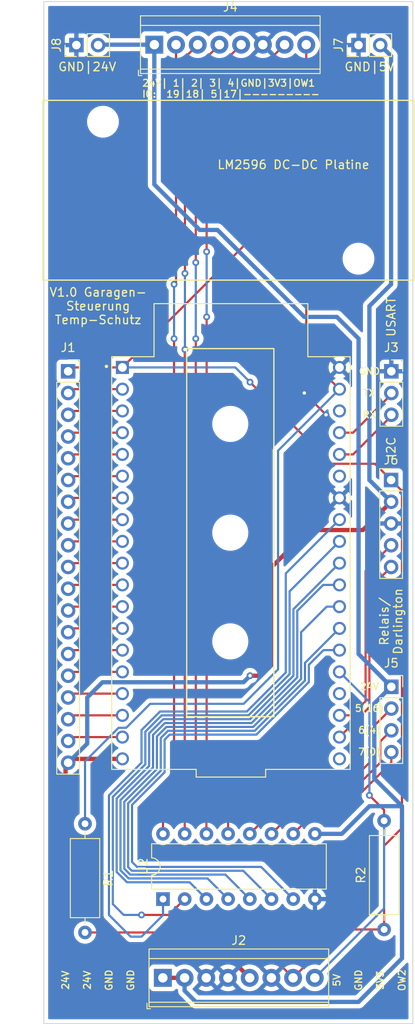
<source format=kicad_pcb>
(kicad_pcb (version 20211014) (generator pcbnew)
  (layers (0 "F.Cu" signal) (31 "B.Cu" signal) (34 "B.Paste" user) (35 "F.Paste" user) (36 "B.SilkS" user "B.Silkscreen") (37 "F.SilkS" user "F.Silkscreen") (38 "B.Mask" user) (39 "F.Mask" user) (44 "Edge.Cuts" user))
  (net 0 "")
  (net 1 "/3V3")
  (net 2 "Net-(J1-Pad2)")
  (net 3 "Net-(J1-Pad3)")
  (net 4 "Net-(J1-Pad4)")
  (net 5 "Net-(J1-Pad5)")
  (net 6 "Net-(J1-Pad6)")
  (net 7 "Net-(J1-Pad7)")
  (net 8 "Net-(J1-Pad8)")
  (net 9 "Net-(J1-Pad9)")
  (net 10 "Net-(J1-Pad10)")
  (net 11 "Net-(J1-Pad11)")
  (net 12 "Net-(J1-Pad12)")
  (net 13 "Net-(J1-Pad13)")
  (net 14 "Net-(J1-Pad14)")
  (net 15 "Net-(J1-Pad15)")
  (net 16 "Net-(J1-Pad16)")
  (net 17 "Net-(J1-Pad17)")
  (net 18 "Net-(J1-Pad18)")
  (net 19 "/5V")
  (net 20 "/24V")
  (net 21 "/GND")
  (net 22 "/OW2")
  (net 23 "Net-(J3-Pad2)")
  (net 24 "Net-(J3-Pad3)")
  (net 25 "Net-(J4-Pad2)")
  (net 26 "Net-(J4-Pad3)")
  (net 27 "Net-(J4-Pad4)")
  (net 28 "Net-(J4-Pad5)")
  (net 29 "/OW1")
  (net 30 "Net-(J5-Pad2)")
  (net 31 "Net-(J5-Pad3)")
  (net 32 "Net-(J5-Pad4)")
  (net 33 "/SCL")
  (net 34 "/SDA")
  (net 37 "Net-(U1-Pad25)")
  (net 38 "Net-(U1-Pad26)")
  (net 39 "Net-(U1-Pad27)")
  (net 40 "Net-(U1-Pad28)")
  (net 41 "Net-(U1-Pad29)")
  (net 42 "Net-(U1-Pad30)")
  (net 43 "Net-(U1-Pad31)")
  (footprint "MountingHole:MountingHole_3.2mm_M3" (layer "F.Cu") (at 65 76)
    (fp_text reference "REF**" hide)
    (fp_text value "MountingHole_3.2mm_M3" hide)
    (pad "" np_thru_hole circle (at 0 0) (size 3.2 3.2) (drill 3.2) (layers *.Cu *.Mask))
  )
  (footprint "Connector_PinSocket_2.54mm:PinSocket_1x04_P2.54mm_Vertical" (layer "F.Cu") (at 83.845 94.01)
    (fp_text reference "J5" (at 0 -2.77) (layer "F.SilkS"))
    (fp_text value "Conn_01x04_Female" hide)
    (fp_line (start 0 -1.33) (end 1.33 -1.33) (layer "F.SilkS") (width 0.12))
    (fp_line (start -1.33 8.95) (end 1.33 8.95) (layer "F.SilkS") (width 0.12))
    (fp_line (start -1.33 1.27) (end 1.33 1.27) (layer "F.SilkS") (width 0.12))
    (fp_line (start 1.33 1.27) (end 1.33 8.95) (layer "F.SilkS") (width 0.12))
    (fp_line (start -1.33 1.27) (end -1.33 8.95) (layer "F.SilkS") (width 0.12))
    (fp_line (start 1.33 -1.33) (end 1.33 0) (layer "F.SilkS") (width 0.12))
    (pad "1" thru_hole rect (at 0 0) (size 1.7 1.7) (drill 1) (layers *.Cu *.Mask) (net 20 "/24V"))
    (pad "2" thru_hole oval (at 0 2.54) (size 1.7 1.7) (drill 1) (layers *.Cu *.Mask) (net 30 "Net-(J5-Pad2)"))
    (pad "3" thru_hole oval (at 0 5.08) (size 1.7 1.7) (drill 1) (layers *.Cu *.Mask) (net 31 "Net-(J5-Pad3)"))
    (pad "4" thru_hole oval (at 0 7.62) (size 1.7 1.7) (drill 1) (layers *.Cu *.Mask) (net 32 "Net-(J5-Pad4)"))
  )
  (footprint "Connector_PinHeader_2.54mm:PinHeader_1x02_P2.54mm_Vertical" (layer "F.Cu") (at 46.99 19.05 90)
    (fp_text reference "J8" (at 0 -2.33 90) (layer "F.SilkS"))
    (fp_text value "24V DCDC" hide)
    (fp_line (start -1.33 1.27) (end -1.33 3.87) (layer "F.SilkS") (width 0.12))
    (fp_line (start 1.33 1.27) (end 1.33 3.87) (layer "F.SilkS") (width 0.12))
    (fp_line (start -1.33 3.87) (end 1.33 3.87) (layer "F.SilkS") (width 0.12))
    (fp_line (start -1.33 1.27) (end 1.33 1.27) (layer "F.SilkS") (width 0.12))
    (fp_line (start -1.33 -1.33) (end 0 -1.33) (layer "F.SilkS") (width 0.12))
    (fp_line (start -1.33 0) (end -1.33 -1.33) (layer "F.SilkS") (width 0.12))
    (pad "1" thru_hole rect (at 0 0 90) (size 1.7 1.7) (drill 1) (layers *.Cu *.Mask) (net 21 "/GND"))
    (pad "2" thru_hole oval (at 0 2.54 90) (size 1.7 1.7) (drill 1) (layers *.Cu *.Mask) (net 20 "/24V"))
  )
  (footprint "TerminalBlock_TE-Connectivity:TerminalBlock_TE_282834-8_1x08_P2.54mm_Horizontal" (layer "F.Cu") (at 57.11 128)
    (fp_text reference "J2" (at 8.89 -4.37) (layer "F.SilkS"))
    (fp_text value "Screw_Terminal_01x08" hide)
    (fp_line (start -1.62 3.37) (end 19.4 3.37) (layer "F.SilkS") (width 0.12))
    (fp_line (start 19.4 -3.37) (end 19.4 3.37) (layer "F.SilkS") (width 0.12))
    (fp_line (start -1.62 -2.25) (end 19.4 -2.25) (layer "F.SilkS") (width 0.12))
    (fp_line (start -1.62 2.85) (end 19.4 2.85) (layer "F.SilkS") (width 0.12))
    (fp_line (start -1.86 3.61) (end -1.46 3.61) (layer "F.SilkS") (width 0.12))
    (fp_line (start -1.86 2.97) (end -1.86 3.61) (layer "F.SilkS") (width 0.12))
    (fp_line (start -1.62 -3.37) (end -1.62 3.37) (layer "F.SilkS") (width 0.12))
    (fp_line (start -1.62 -3.37) (end 19.4 -3.37) (layer "F.SilkS") (width 0.12))
    (pad "1" thru_hole rect (at 0 0) (size 2.1 2.1) (drill 1.1) (layers *.Cu *.Mask) (net 20 "/24V"))
    (pad "2" thru_hole circle (at 2.54 0) (size 2.1 2.1) (drill 1.1) (layers *.Cu *.Mask) (net 20 "/24V"))
    (pad "3" thru_hole circle (at 5.08 0) (size 2.1 2.1) (drill 1.1) (layers *.Cu *.Mask) (net 21 "/GND"))
    (pad "4" thru_hole circle (at 7.62 0) (size 2.1 2.1) (drill 1.1) (layers *.Cu *.Mask) (net 21 "/GND"))
    (pad "5" thru_hole circle (at 10.16 0) (size 2.1 2.1) (drill 1.1) (layers *.Cu *.Mask) (net 19 "/5V"))
    (pad "6" thru_hole circle (at 12.7 0) (size 2.1 2.1) (drill 1.1) (layers *.Cu *.Mask) (net 21 "/GND"))
    (pad "7" thru_hole circle (at 15.24 0) (size 2.1 2.1) (drill 1.1) (layers *.Cu *.Mask) (net 1 "/3V3"))
    (pad "8" thru_hole circle (at 17.78 0) (size 2.1 2.1) (drill 1.1) (layers *.Cu *.Mask) (net 22 "/OW2"))
  )
  (footprint "footprints:MODULE_ESP32-DEVKITC" (layer "F.Cu") (at 65.075 79.55)
    (fp_text reference "U1" hide)
    (fp_text value "ESP32-DEVKITC")
    (fp_line (start -9 -24.1) (end -9 -30.3) (layer "F.SilkS") (width 0.127))
    (fp_line (start 13.95 24.1) (end 13.95 -24.1) (layer "F.SilkS") (width 0.127))
    (fp_line (start 4.06 25) (end 4.06 24.1) (layer "F.SilkS") (width 0.127))
    (fp_line (start -13.95 24.1) (end -4.07 24.1) (layer "F.SilkS") (width 0.127))
    (fp_line (start 13.95 -24.1) (end 9 -24.1) (layer "F.SilkS") (width 0.127))
    (fp_line (start -13.95 -24.1) (end -13.95 24.1) (layer "F.SilkS") (width 0.127))
    (fp_line (start -9 -30.3) (end 9 -30.3) (layer "F.SilkS") (width 0.127))
    (fp_line (start 4.06 24.1) (end 13.95 24.1) (layer "F.SilkS") (width 0.127))
    (fp_line (start -4.07 24.1) (end -4.07 25) (layer "F.SilkS") (width 0.127))
    (fp_line (start -4.07 25) (end 4.06 25) (layer "F.SilkS") (width 0.127))
    (fp_line (start 9 -30.3) (end 9 -24.1) (layer "F.SilkS") (width 0.127))
    (fp_line (start -9 -24.1) (end -13.95 -24.1) (layer "F.SilkS") (width 0.127))
    (fp_circle (center -14.57 -22.97) (end -14.47 -22.97) (layer "F.SilkS") (width 0.2) (fill none))
    (pad "1" thru_hole rect locked (at -12.7 -22.85) (size 1.53 1.53) (drill 1.02) (layers *.Cu *.Mask) (net 1 "/3V3"))
    (pad "2" thru_hole circle locked (at -12.7 -20.31) (size 1.53 1.53) (drill 1.02) (layers *.Cu *.Mask) (net 2 "Net-(J1-Pad2)"))
    (pad "3" thru_hole circle locked (at -12.7 -17.77) (size 1.53 1.53) (drill 1.02) (layers *.Cu *.Mask) (net 3 "Net-(J1-Pad3)"))
    (pad "4" thru_hole circle locked (at -12.7 -15.23) (size 1.53 1.53) (drill 1.02) (layers *.Cu *.Mask) (net 4 "Net-(J1-Pad4)"))
    (pad "5" thru_hole circle locked (at -12.7 -12.69) (size 1.53 1.53) (drill 1.02) (layers *.Cu *.Mask) (net 5 "Net-(J1-Pad5)"))
    (pad "6" thru_hole circle locked (at -12.7 -10.15) (size 1.53 1.53) (drill 1.02) (layers *.Cu *.Mask) (net 6 "Net-(J1-Pad6)"))
    (pad "7" thru_hole circle locked (at -12.7 -7.61) (size 1.53 1.53) (drill 1.02) (layers *.Cu *.Mask) (net 7 "Net-(J1-Pad7)"))
    (pad "8" thru_hole circle locked (at -12.7 -5.07) (size 1.53 1.53) (drill 1.02) (layers *.Cu *.Mask) (net 8 "Net-(J1-Pad8)"))
    (pad "9" thru_hole circle locked (at -12.7 -2.53) (size 1.53 1.53) (drill 1.02) (layers *.Cu *.Mask) (net 9 "Net-(J1-Pad9)"))
    (pad "10" thru_hole circle locked (at -12.7 0.01) (size 1.53 1.53) (drill 1.02) (layers *.Cu *.Mask) (net 10 "Net-(J1-Pad10)"))
    (pad "11" thru_hole circle locked (at -12.7 2.55) (size 1.53 1.53) (drill 1.02) (layers *.Cu *.Mask) (net 11 "Net-(J1-Pad11)"))
    (pad "12" thru_hole circle locked (at -12.7 5.09) (size 1.53 1.53) (drill 1.02) (layers *.Cu *.Mask) (net 12 "Net-(J1-Pad12)"))
    (pad "13" thru_hole circle locked (at -12.7 7.63) (size 1.53 1.53) (drill 1.02) (layers *.Cu *.Mask) (net 13 "Net-(J1-Pad13)"))
    (pad "14" thru_hole circle locked (at -12.7 10.17) (size 1.53 1.53) (drill 1.02) (layers *.Cu *.Mask) (net 14 "Net-(J1-Pad14)"))
    (pad "15" thru_hole circle locked (at -12.7 12.71) (size 1.53 1.53) (drill 1.02) (layers *.Cu *.Mask) (net 15 "Net-(J1-Pad15)"))
    (pad "16" thru_hole circle locked (at -12.7 15.25) (size 1.53 1.53) (drill 1.02) (layers *.Cu *.Mask) (net 16 "Net-(J1-Pad16)"))
    (pad "17" thru_hole circle locked (at -12.7 17.79) (size 1.53 1.53) (drill 1.02) (layers *.Cu *.Mask) (net 17 "Net-(J1-Pad17)"))
    (pad "18" thru_hole circle locked (at -12.7 20.33) (size 1.53 1.53) (drill 1.02) (layers *.Cu *.Mask) (net 18 "Net-(J1-Pad18)"))
    (pad "19" thru_hole circle locked (at -12.7 22.87) (size 1.53 1.53) (drill 1.02) (layers *.Cu *.Mask) (net 19 "/5V"))
    (pad "20" thru_hole circle locked (at 12.7 22.87) (size 1.53 1.53) (drill 1.02) (layers *.Cu *.Mask))
    (pad "21" thru_hole circle locked (at 12.7 20.33) (size 1.53 1.53) (drill 1.02) (layers *.Cu *.Mask) (net 34 "/SDA"))
    (pad "22" thru_hole circle locked (at 12.7 17.79) (size 1.53 1.53) (drill 1.02) (layers *.Cu *.Mask) (net 33 "/SCL"))
    (pad "23" thru_hole circle locked (at 12.7 15.25) (size 1.53 1.53) (drill 1.02) (layers *.Cu *.Mask))
    (pad "24" thru_hole circle locked (at 12.7 12.71) (size 1.53 1.53) (drill 1.02) (layers *.Cu *.Mask) (net 22 "/OW2"))
    (pad "25" thru_hole circle locked (at 12.7 10.17) (size 1.53 1.53) (drill 1.02) (layers *.Cu *.Mask) (net 37 "Net-(U1-Pad25)"))
    (pad "26" thru_hole circle locked (at 12.7 7.63) (size 1.53 1.53) (drill 1.02) (layers *.Cu *.Mask) (net 38 "Net-(U1-Pad26)"))
    (pad "27" thru_hole circle locked (at 12.7 5.09) (size 1.53 1.53) (drill 1.02) (layers *.Cu *.Mask) (net 39 "Net-(U1-Pad27)"))
    (pad "28" thru_hole circle locked (at 12.7 2.55) (size 1.53 1.53) (drill 1.02) (layers *.Cu *.Mask) (net 40 "Net-(U1-Pad28)"))
    (pad "29" thru_hole circle locked (at 12.7 0.01) (size 1.53 1.53) (drill 1.02) (layers *.Cu *.Mask) (net 41 "Net-(U1-Pad29)"))
    (pad "30" thru_hole circle locked (at 12.7 -2.53) (size 1.53 1.53) (drill 1.02) (layers *.Cu *.Mask) (net 42 "Net-(U1-Pad30)"))
    (pad "31" thru_hole circle locked (at 12.7 -5.07) (size 1.53 1.53) (drill 1.02) (layers *.Cu *.Mask) (net 43 "Net-(U1-Pad31)"))
    (pad "32" thru_hole circle locked (at 12.7 -7.61) (size 1.53 1.53) (drill 1.02) (layers *.Cu *.Mask) (net 21 "/GND"))
    (pad "33" thru_hole circle locked (at 12.7 -10.15) (size 1.53 1.53) (drill 1.02) (layers *.Cu *.Mask))
    (pad "34" thru_hole circle locked (at 12.7 -12.69) (size 1.53 1.53) (drill 1.02) (layers *.Cu *.Mask) (net 24 "Net-(J3-Pad3)"))
    (pad "35" thru_hole circle locked (at 12.7 -15.23) (size 1.53 1.53) (drill 1.02) (layers *.Cu *.Mask) (net 23 "Net-(J3-Pad2)"))
    (pad "36" thru_hole circle locked (at 12.7 -17.77) (size 1.53 1.53) (drill 1.02) (layers *.Cu *.Mask))
    (pad "37" thru_hole circle locked (at 12.7 -20.31) (size 1.53 1.53) (drill 1.02) (layers *.Cu *.Mask) (net 29 "/OW1"))
    (pad "38" thru_hole circle locked (at 12.7 -22.85) (size 1.53 1.53) (drill 1.02) (layers *.Cu *.Mask) (net 21 "/GND"))
  )
  (footprint "Connector_PinSocket_2.54mm:PinSocket_1x19_P2.54mm_Vertical" (layer "F.Cu") (at 46.025 57.15)
    (fp_text reference "J1" (at 0 -2.77) (layer "F.SilkS"))
    (fp_text value "Conn_01x19_Female" hide)
    (fp_line (start -1.33 1.27) (end -1.33 47.05) (layer "F.SilkS") (width 0.12))
    (fp_line (start -1.33 47.05) (end 1.33 47.05) (layer "F.SilkS") (width 0.12))
    (fp_line (start 1.33 1.27) (end 1.33 47.05) (layer "F.SilkS") (width 0.12))
    (fp_line (start -1.33 1.27) (end 1.33 1.27) (layer "F.SilkS") (width 0.12))
    (fp_line (start 1.33 -1.33) (end 1.33 0) (layer "F.SilkS") (width 0.12))
    (fp_line (start 0 -1.33) (end 1.33 -1.33) (layer "F.SilkS") (width 0.12))
    (pad "1" thru_hole rect (at 0 0) (size 1.7 1.7) (drill 1) (layers *.Cu *.Mask) (net 1 "/3V3"))
    (pad "2" thru_hole oval (at 0 2.54) (size 1.7 1.7) (drill 1) (layers *.Cu *.Mask) (net 2 "Net-(J1-Pad2)"))
    (pad "3" thru_hole oval (at 0 5.08) (size 1.7 1.7) (drill 1) (layers *.Cu *.Mask) (net 3 "Net-(J1-Pad3)"))
    (pad "4" thru_hole oval (at 0 7.62) (size 1.7 1.7) (drill 1) (layers *.Cu *.Mask) (net 4 "Net-(J1-Pad4)"))
    (pad "5" thru_hole oval (at 0 10.16) (size 1.7 1.7) (drill 1) (layers *.Cu *.Mask) (net 5 "Net-(J1-Pad5)"))
    (pad "6" thru_hole oval (at 0 12.7) (size 1.7 1.7) (drill 1) (layers *.Cu *.Mask) (net 6 "Net-(J1-Pad6)"))
    (pad "7" thru_hole oval (at 0 15.24) (size 1.7 1.7) (drill 1) (layers *.Cu *.Mask) (net 7 "Net-(J1-Pad7)"))
    (pad "8" thru_hole oval (at 0 17.78) (size 1.7 1.7) (drill 1) (layers *.Cu *.Mask) (net 8 "Net-(J1-Pad8)"))
    (pad "9" thru_hole oval (at 0 20.32) (size 1.7 1.7) (drill 1) (layers *.Cu *.Mask) (net 9 "Net-(J1-Pad9)"))
    (pad "10" thru_hole oval (at 0 22.86) (size 1.7 1.7) (drill 1) (layers *.Cu *.Mask) (net 10 "Net-(J1-Pad10)"))
    (pad "11" thru_hole oval (at 0 25.4) (size 1.7 1.7) (drill 1) (layers *.Cu *.Mask) (net 11 "Net-(J1-Pad11)"))
    (pad "12" thru_hole oval (at 0 27.94) (size 1.7 1.7) (drill 1) (layers *.Cu *.Mask) (net 12 "Net-(J1-Pad12)"))
    (pad "13" thru_hole oval (at 0 30.48) (size 1.7 1.7) (drill 1) (layers *.Cu *.Mask) (net 13 "Net-(J1-Pad13)"))
    (pad "14" thru_hole oval (at 0 33.02) (size 1.7 1.7) (drill 1) (layers *.Cu *.Mask) (net 14 "Net-(J1-Pad14)"))
    (pad "15" thru_hole oval (at 0 35.56) (size 1.7 1.7) (drill 1) (layers *.Cu *.Mask) (net 15 "Net-(J1-Pad15)"))
    (pad "16" thru_hole oval (at 0 38.1) (size 1.7 1.7) (drill 1) (layers *.Cu *.Mask) (net 16 "Net-(J1-Pad16)"))
    (pad "17" thru_hole oval (at 0 40.64) (size 1.7 1.7) (drill 1) (layers *.Cu *.Mask) (net 17 "Net-(J1-Pad17)"))
    (pad "18" thru_hole oval (at 0 43.18) (size 1.7 1.7) (drill 1) (layers *.Cu *.Mask) (net 18 "Net-(J1-Pad18)"))
    (pad "19" thru_hole oval (at 0 45.72) (size 1.7 1.7) (drill 1) (layers *.Cu *.Mask) (net 19 "/5V"))
  )
  (footprint "TerminalBlock_TE-Connectivity:TerminalBlock_TE_282834-8_1x08_P2.54mm_Horizontal" (layer "F.Cu") (at 56.11 19)
    (fp_text reference "J4" (at 8.89 -4.37) (layer "F.SilkS"))
    (fp_text value "Screw_Terminal_01x08" hide)
    (fp_line (start -1.86 3.61) (end -1.46 3.61) (layer "F.SilkS") (width 0.12))
    (fp_line (start -1.62 -3.37) (end -1.62 3.37) (layer "F.SilkS") (width 0.12))
    (fp_line (start -1.86 2.97) (end -1.86 3.61) (layer "F.SilkS") (width 0.12))
    (fp_line (start 19.4 -3.37) (end 19.4 3.37) (layer "F.SilkS") (width 0.12))
    (fp_line (start -1.62 2.85) (end 19.4 2.85) (layer "F.SilkS") (width 0.12))
    (fp_line (start -1.62 3.37) (end 19.4 3.37) (layer "F.SilkS") (width 0.12))
    (fp_line (start -1.62 -2.25) (end 19.4 -2.25) (layer "F.SilkS") (width 0.12))
    (fp_line (start -1.62 -3.37) (end 19.4 -3.37) (layer "F.SilkS") (width 0.12))
    (pad "1" thru_hole rect (at 0 0) (size 2.1 2.1) (drill 1.1) (layers *.Cu *.Mask) (net 20 "/24V"))
    (pad "2" thru_hole circle (at 2.54 0) (size 2.1 2.1) (drill 1.1) (layers *.Cu *.Mask) (net 25 "Net-(J4-Pad2)"))
    (pad "3" thru_hole circle (at 5.08 0) (size 2.1 2.1) (drill 1.1) (layers *.Cu *.Mask) (net 26 "Net-(J4-Pad3)"))
    (pad "4" thru_hole circle (at 7.62 0) (size 2.1 2.1) (drill 1.1) (layers *.Cu *.Mask) (net 27 "Net-(J4-Pad4)"))
    (pad "5" thru_hole circle (at 10.16 0) (size 2.1 2.1) (drill 1.1) (layers *.Cu *.Mask) (net 28 "Net-(J4-Pad5)"))
    (pad "6" thru_hole circle (at 12.7 0) (size 2.1 2.1) (drill 1.1) (layers *.Cu *.Mask) (net 21 "/GND"))
    (pad "7" thru_hole circle (at 15.24 0) (size 2.1 2.1) (drill 1.1) (layers *.Cu *.Mask) (net 1 "/3V3"))
    (pad "8" thru_hole circle (at 17.78 0) (size 2.1 2.1) (drill 1.1) (layers *.Cu *.Mask) (net 29 "/OW1"))
  )
  (footprint "Connector_PinSocket_2.54mm:PinSocket_1x03_P2.54mm_Vertical" (layer "F.Cu") (at 83.845 57.15)
    (fp_text reference "J3" (at 0 -2.77) (layer "F.SilkS"))
    (fp_text value "Conn_01x03_Female" hide)
    (fp_line (start 1.33 1.27) (end 1.33 6.41) (layer "F.SilkS") (width 0.12))
    (fp_line (start -1.33 1.27) (end 1.33 1.27) (layer "F.SilkS") (width 0.12))
    (fp_line (start -1.33 6.41) (end 1.33 6.41) (layer "F.SilkS") (width 0.12))
    (fp_line (start 0 -1.33) (end 1.33 -1.33) (layer "F.SilkS") (width 0.12))
    (fp_line (start 1.33 -1.33) (end 1.33 0) (layer "F.SilkS") (width 0.12))
    (fp_line (start -1.33 1.27) (end -1.33 6.41) (layer "F.SilkS") (width 0.12))
    (pad "1" thru_hole rect (at 0 0) (size 1.7 1.7) (drill 1) (layers *.Cu *.Mask) (net 21 "/GND"))
    (pad "2" thru_hole oval (at 0 2.54) (size 1.7 1.7) (drill 1) (layers *.Cu *.Mask) (net 23 "Net-(J3-Pad2)"))
    (pad "3" thru_hole oval (at 0 5.08) (size 1.7 1.7) (drill 1) (layers *.Cu *.Mask) (net 24 "Net-(J3-Pad3)"))
  )
  (footprint "Resistor_THT:R_Axial_DIN0309_L9.0mm_D3.2mm_P12.70mm_Horizontal" (layer "F.Cu") (at 48 110 -90)
    (fp_text reference "R1" (at 6.35 -2.72 90) (layer "F.SilkS"))
    (fp_text value "4,7k")
    (fp_line (start 10.97 1.72) (end 10.97 -1.72) (layer "F.SilkS") (width 0.12))
    (fp_line (start 1.73 1.72) (end 10.97 1.72) (layer "F.SilkS") (width 0.12))
    (fp_line (start 11.66 0) (end 10.97 0) (layer "F.SilkS") (width 0.12))
    (fp_line (start 1.73 -1.72) (end 1.73 1.72) (layer "F.SilkS") (width 0.12))
    (fp_line (start 1.04 0) (end 1.73 0) (layer "F.SilkS") (width 0.12))
    (fp_line (start 10.97 -1.72) (end 1.73 -1.72) (layer "F.SilkS") (width 0.12))
    (pad "1" thru_hole circle (at 0 0 270) (size 1.6 1.6) (drill 0.8) (layers *.Cu *.Mask) (net 29 "/OW1"))
    (pad "2" thru_hole oval (at 12.7 0 270) (size 1.6 1.6) (drill 0.8) (layers *.Cu *.Mask) (net 1 "/3V3"))
  )
  (footprint "Connector_PinHeader_2.54mm:PinHeader_1x05_P2.54mm_Vertical" (layer "F.Cu") (at 83.82 69.85)
    (fp_text reference "J6" (at 0 -2.33) (layer "F.SilkS"))
    (fp_text value "Conn_01x05_Female" hide)
    (fp_line (start -1.33 1.27) (end -1.33 11.49) (layer "F.SilkS") (width 0.12))
    (fp_line (start -1.33 -1.33) (end 0 -1.33) (layer "F.SilkS") (width 0.12))
    (fp_line (start -1.33 11.49) (end 1.33 11.49) (layer "F.SilkS") (width 0.12))
    (fp_line (start -1.33 0) (end -1.33 -1.33) (layer "F.SilkS") (width 0.12))
    (fp_line (start -1.33 1.27) (end 1.33 1.27) (layer "F.SilkS") (width 0.12))
    (fp_line (start 1.33 1.27) (end 1.33 11.49) (layer "F.SilkS") (width 0.12))
    (pad "1" thru_hole rect (at 0 0) (size 1.7 1.7) (drill 1) (layers *.Cu *.Mask) (net 1 "/3V3"))
    (pad "2" thru_hole oval (at 0 2.54) (size 1.7 1.7) (drill 1) (layers *.Cu *.Mask) (net 19 "/5V"))
    (pad "3" thru_hole oval (at 0 5.08) (size 1.7 1.7) (drill 1) (layers *.Cu *.Mask) (net 21 "/GND"))
    (pad "4" thru_hole oval (at 0 7.62) (size 1.7 1.7) (drill 1) (layers *.Cu *.Mask) (net 33 "/SCL"))
    (pad "5" thru_hole oval (at 0 10.16) (size 1.7 1.7) (drill 1) (layers *.Cu *.Mask) (net 34 "/SDA"))
  )
  (footprint "Resistor_THT:R_Axial_DIN0309_L9.0mm_D3.2mm_P12.70mm_Horizontal" (layer "F.Cu") (at 83 122.35 90)
    (fp_text reference "R2" (at 6.35 -2.72 90) (layer "F.SilkS"))
    (fp_text value "4,7K")
    (fp_line (start 11.66 0) (end 10.97 0) (layer "F.SilkS") (width 0.12))
    (fp_line (start 10.97 1.72) (end 10.97 -1.72) (layer "F.SilkS") (width 0.12))
    (fp_line (start 1.73 -1.72) (end 1.73 1.72) (layer "F.SilkS") (width 0.12))
    (fp_line (start 1.04 0) (end 1.73 0) (layer "F.SilkS") (width 0.12))
    (fp_line (start 10.97 -1.72) (end 1.73 -1.72) (layer "F.SilkS") (width 0.12))
    (fp_line (start 1.73 1.72) (end 10.97 1.72) (layer "F.SilkS") (width 0.12))
    (pad "1" thru_hole circle (at 0 0 90) (size 1.6 1.6) (drill 0.8) (layers *.Cu *.Mask) (net 1 "/3V3"))
    (pad "2" thru_hole oval (at 12.7 0 90) (size 1.6 1.6) (drill 0.8) (layers *.Cu *.Mask) (net 22 "/OW2"))
  )
  (footprint "Connector_PinHeader_2.54mm:PinHeader_1x02_P2.54mm_Vertical" (layer "F.Cu") (at 80.01 19.05 90)
    (fp_text reference "J7" (at 0 -2.33 90) (layer "F.SilkS"))
    (fp_text value "5V DCDC" hide)
    (fp_line (start -1.33 1.27) (end -1.33 3.87) (layer "F.SilkS") (width 0.12))
    (fp_line (start -1.33 3.87) (end 1.33 3.87) (layer "F.SilkS") (width 0.12))
    (fp_line (start -1.33 -1.33) (end 0 -1.33) (layer "F.SilkS") (width 0.12))
    (fp_line (start -1.33 0) (end -1.33 -1.33) (layer "F.SilkS") (width 0.12))
    (fp_line (start -1.33 1.27) (end 1.33 1.27) (layer "F.SilkS") (width 0.12))
    (fp_line (start 1.33 1.27) (end 1.33 3.87) (layer "F.SilkS") (width 0.12))
    (pad "1" thru_hole rect (at 0 0 90) (size 1.7 1.7) (drill 1) (layers *.Cu *.Mask) (net 21 "/GND"))
    (pad "2" thru_hole oval (at 0 2.54 90) (size 1.7 1.7) (drill 1) (layers *.Cu *.Mask) (net 19 "/5V"))
  )
  (footprint "MountingHole:MountingHole_3.2mm_M3" (layer "F.Cu") (at 65 88.7)
    (fp_text reference "REF**" hide)
    (fp_text value "MountingHole_3.2mm_M3" hide)
    (pad "" np_thru_hole circle (at 0 0) (size 3.2 3.2) (drill 3.2) (layers *.Cu *.Mask))
  )
  (footprint "MountingHole:MountingHole_3.2mm_M3" (layer "F.Cu") (at 65 63.3)
    (fp_text reference "REF**" hide)
    (fp_text value "MountingHole_3.2mm_M3" hide)
    (pad "" np_thru_hole circle (at 0 0) (size 3.2 3.2) (drill 3.2) (layers *.Cu *.Mask))
  )
  (footprint "MountingHole:MountingHole_2.7mm_M2.5" (layer "F.Cu") (at 50.1 28)
    (fp_text reference "REF**" hide)
    (fp_text value "MountingHole_2.7mm_M2.5" hide)
    (pad "" np_thru_hole circle (at 0 0) (size 2.7 2.7) (drill 2.7) (layers *.Cu *.Mask))
  )
  (footprint "Package_DIP:DIP-16_W7.62mm" (layer "F.Cu") (at 57.125 118.8 90)
    (fp_text reference "U2" (at 3.81 -2.33 90) (layer "F.SilkS"))
    (fp_text value "ULN2003A")
    (fp_line (start 1.16 19.11) (end 6.46 19.11) (layer "F.SilkS") (width 0.12))
    (fp_line (start 6.46 -1.33) (end 4.81 -1.33) (layer "F.SilkS") (width 0.12))
    (fp_line (start 2.81 -1.33) (end 1.16 -1.33) (layer "F.SilkS") (width 0.12))
    (fp_line (start 6.46 19.11) (end 6.46 -1.33) (layer "F.SilkS") (width 0.12))
    (fp_line (start 1.16 -1.33) (end 1.16 19.11) (layer "F.SilkS") (width 0.12))
    (fp_arc (start 4.81 -1.33) (mid 3.81 -0.33) (end 2.81 -1.33) (layer "F.SilkS") (width 0.12))
    (pad "1" thru_hole rect (at 0 0 90) (size 1.6 1.6) (drill 0.8) (layers *.Cu *.Mask) (net 43 "Net-(U1-Pad31)"))
    (pad "2" thru_hole oval (at 0 2.54 90) (size 1.6 1.6) (drill 0.8) (layers *.Cu *.Mask) (net 42 "Net-(U1-Pad30)"))
    (pad "3" thru_hole oval (at 0 5.08 90) (size 1.6 1.6) (drill 0.8) (layers *.Cu *.Mask) (net 41 "Net-(U1-Pad29)"))
    (pad "4" thru_hole oval (at 0 7.62 90) (size 1.6 1.6) (drill 0.8) (layers *.Cu *.Mask) (net 40 "Net-(U1-Pad28)"))
    (pad "5" thru_hole oval (at 0 10.16 90) (size 1.6 1.6) (drill 0.8) (layers *.Cu *.Mask) (net 39 "Net-(U1-Pad27)"))
    (pad "6" thru_hole oval (at 0 12.7 90) (size 1.6 1.6) (drill 0.8) (layers *.Cu *.Mask) (net 38 "Net-(U1-Pad26)"))
    (pad "7" thru_hole oval (at 0 15.24 90) (size 1.6 1.6) (drill 0.8) (layers *.Cu *.Mask) (net 37 "Net-(U1-Pad25)"))
    (pad "8" thru_hole oval (at 0 17.78 90) (size 1.6 1.6) (drill 0.8) (layers *.Cu *.Mask) (net 21 "/GND"))
    (pad "9" thru_hole oval (at 7.62 17.78 90) (size 1.6 1.6) (drill 0.8) (layers *.Cu *.Mask) (net 20 "/24V"))
    (pad "10" thru_hole oval (at 7.62 15.24 90) (size 1.6 1.6) (drill 0.8) (layers *.Cu *.Mask) (net 32 "Net-(J5-Pad4)"))
    (pad "11" thru_hole oval (at 7.62 12.7 90) (size 1.6 1.6) (drill 0.8) (layers *.Cu *.Mask) (net 31 "Net-(J5-Pad3)"))
    (pad "12" thru_hole oval (at 7.62 10.16 90) (size 1.6 1.6) (drill 0.8) (layers *.Cu *.Mask) (net 30 "Net-(J5-Pad2)"))
    (pad "13" thru_hole oval (at 7.62 7.62 90) (size 1.6 1.6) (drill 0.8) (layers *.Cu *.Mask) (net 28 "Net-(J4-Pad5)"))
    (pad "14" thru_hole oval (at 7.62 5.08 90) (size 1.6 1.6) (drill 0.8) (layers *.Cu *.Mask) (net 27 "Net-(J4-Pad4)"))
    (pad "15" thru_hole oval (at 7.62 2.54 90) (size 1.6 1.6) (drill 0.8) (layers *.Cu *.Mask) (net 26 "Net-(J4-Pad3)"))
    (pad "16" thru_hole oval (at 7.62 0 90) (size 1.6 1.6) (drill 0.8) (layers *.Cu *.Mask) (net 25 "Net-(J4-Pad2)"))
  )
  (footprint "MountingHole:MountingHole_2.7mm_M2.5" (layer "F.Cu") (at 80 44)
    (fp_text reference "REF**" hide)
    (fp_text value "MountingHole_2.7mm_M2.5" hide)
    (pad "" np_thru_hole circle (at 0 0) (size 2.7 2.7) (drill 2.7) (layers *.Cu *.Mask))
  )
  (gr_rect (start 43.05 25.5) (end 86.55 46.5) (layer "F.SilkS") (width 0.15) (fill none))
  (gr_rect (start 59.9 54.5) (end 70.1 97.5) (layer "F.SilkS") (width 0.15) (fill none))
  (gr_rect (start 43.18 13.97) (end 86.36 133.35) (layer "Edge.Cuts") (width 0.1) (fill none))
  (gr_rect (start 38.1 13.97) (end 38.1 13.97) (layer "Edge.Cuts") (width 0.1) (fill none))
  (gr_text "GND" (at 50.8 128.27 90) (layer "F.SilkS") (effects (font (size 0.8 0.8))))
  (gr_text "24V" (at 45.72 128.27 90) (layer "F.SilkS") (effects (font (size 0.8 0.8))))
  (gr_text "Relais/\nDarlington" (at 83.82 86.36 90) (layer "F.SilkS") (effects (font (size 1 1))))
  (gr_text "I2C" (at 83.82 66.04 90) (layer "F.SilkS") (effects (font (size 1 1))))
  (gr_text "5(16)" (at 81.28 96.52) (layer "F.SilkS") (effects (font (size 0.8 0.8))))
  (gr_text "7(0)" (at 81.28 101.6) (layer "F.SilkS") (effects (font (size 0.8 0.8))))
  (gr_text "3V3" (at 82.55 128.27 90) (layer "F.SilkS") (effects (font (size 0.8 0.8))))
  (gr_text "TX" (at 81.28 59.69) (layer "F.SilkS") (effects (font (size 0.8 0.8))))
  (gr_text "GND|5V" (at 81.28 21.59) (layer "F.SilkS") (effects (font (size 1 1))))
  (gr_text "OW2" (at 85.09 128.27 90) (layer "F.SilkS") (effects (font (size 0.8 0.8))))
  (gr_text "6(4)" (at 81.28 99.06) (layer "F.SilkS") (effects (font (size 0.8 0.8))))
  (gr_text "GND" (at 81.28 57.15) (layer "F.SilkS") (effects (font (size 0.8 0.8))))
  (gr_text "24V| 1| 2| 3| 4|GND|3V3|OW1\nIO:  19|18| 5|17|---------" (at 54.61 24.13) (layer "F.SilkS") (effects (font (size 0.8 0.8)) (justify left)))
  (gr_text "24V" (at 48.26 128.27 90) (layer "F.SilkS") (effects (font (size 0.8 0.8))))
  (gr_text "GND" (at 80.01 128.27 90) (layer "F.SilkS") (effects (font (size 0.8 0.8))))
  (gr_text "USART" (at 83.82 50.8 90) (layer "F.SilkS") (effects (font (size 1 1))))
  (gr_text "24V" (at 81.28 93.98) (layer "F.SilkS") (effects (font (size 0.8 0.8))))
  (gr_text "GND" (at 53.34 128.27 90) (layer "F.SilkS") (effects (font (size 0.8 0.8))))
  (gr_text "5V" (at 77.47 128.27 90) (layer "F.SilkS") (effects (font (size 0.8 0.8))))
  (gr_text "LM2596 DC-DC Platine" (at 72.39 33.02) (layer "F.SilkS") (effects (font (size 1 1))))
  (gr_text "RX" (at 81.28 62.23) (layer "F.SilkS") (effects (font (size 0.8 0.8))))
  (gr_text "V1.0 Garagen-\nSteuerung\nTemp-Schutz" (at 49.53 49.53) (layer "F.SilkS") (effects (font (size 1 1))))
  (gr_text "GND|24V" (at 48.26 21.59) (layer "F.SilkS") (effects (font (size 1 1))))
  (segment (start 85.09 110.49) (end 85.09 71.12) (width 0.25) (layer "F.Cu") (net 1))
  (segment (start 81.92 67.95) (end 83.82 69.85) (width 0.25) (layer "F.Cu") (net 1))
  (segment (start 85.09 71.12) (end 83.82 69.85) (width 0.25) (layer "F.Cu") (net 1))
  (segment (start 83 122.35) (end 83 112.58) (width 0.25) (layer "F.Cu") (net 1))
  (segment (start 70.185 38.89) (end 70.185 20.165) (width 0.25) (layer "F.Cu") (net 1))
  (segment (start 70.185 20.165) (end 71.35 19) (width 0.25) (layer "F.Cu") (net 1))
  (segment (start 67.05 122.7) (end 48 122.7) (width 0.25) (layer "F.Cu") (net 1))
  (segment (start 52.375 56.7) (end 70.185 38.89) (width 0.25) (layer "F.Cu") (net 1))
  (segment (start 72.35 128) (end 67.05 122.7) (width 0.25) (layer "F.Cu") (net 1))
  (segment (start 52.375 56.7) (end 46.475 56.7) (width 0.25) (layer "F.Cu") (net 1))
  (segment (start 83 112.58) (end 85.09 110.49) (width 0.25) (layer "F.Cu") (net 1))
  (segment (start 78 122.35) (end 83 122.35) (width 0.25) (layer "F.Cu") (net 1))
  (segment (start 67.31 58.42) (end 76.84 67.95) (width 0.25) (layer "F.Cu") (net 1))
  (segment (start 76.84 67.95) (end 81.92 67.95) (width 0.25) (layer "F.Cu") (net 1))
  (segment (start 72.35 128) (end 78 122.35) (width 0.25) (layer "F.Cu") (net 1))
  (segment (start 46.475 56.7) (end 46.025 57.15) (width 0.25) (layer "F.Cu") (net 1))
  (via (at 67.31 58.42) (size 0.8) (drill 0.4) (layers "F.Cu" "B.Cu") (net 1))
  (segment (start 52.375 56.7) (end 65.59 56.7) (width 0.25) (layer "B.Cu") (net 1))
  (segment (start 65.59 56.7) (end 67.31 58.42) (width 0.25) (layer "B.Cu") (net 1))
  (segment (start 46.475 59.24) (end 46.025 59.69) (width 0.25) (layer "F.Cu") (net 2))
  (segment (start 52.375 59.24) (end 46.475 59.24) (width 0.25) (layer "F.Cu") (net 2))
  (segment (start 52.375 61.78) (end 46.475 61.78) (width 0.25) (layer "F.Cu") (net 3))
  (segment (start 46.475 61.78) (end 46.025 62.23) (width 0.25) (layer "F.Cu") (net 3))
  (segment (start 52.375 64.32) (end 46.475 64.32) (width 0.25) (layer "F.Cu") (net 4))
  (segment (start 46.475 64.32) (end 46.025 64.77) (width 0.25) (layer "F.Cu") (net 4))
  (segment (start 52.375 66.86) (end 46.475 66.86) (width 0.25) (layer "F.Cu") (net 5))
  (segment (start 46.475 66.86) (end 46.025 67.31) (width 0.25) (layer "F.Cu") (net 5))
  (segment (start 52.375 69.4) (end 46.475 69.4) (width 0.25) (layer "F.Cu") (net 6))
  (segment (start 46.475 69.4) (end 46.025 69.85) (width 0.25) (layer "F.Cu") (net 6))
  (segment (start 46.475 71.94) (end 46.025 72.39) (width 0.25) (layer "F.Cu") (net 7))
  (segment (start 52.375 71.94) (end 46.475 71.94) (width 0.25) (layer "F.Cu") (net 7))
  (segment (start 46.475 74.48) (end 46.025 74.93) (width 0.25) (layer "F.Cu") (net 8))
  (segment (start 52.375 74.48) (end 46.475 74.48) (width 0.25) (layer "F.Cu") (net 8))
  (segment (start 46.475 77.02) (end 46.025 77.47) (width 0.25) (layer "F.Cu") (net 9))
  (segment (start 52.375 77.02) (end 46.475 77.02) (width 0.25) (layer "F.Cu") (net 9))
  (segment (start 52.375 79.56) (end 46.475 79.56) (width 0.25) (layer "F.Cu") (net 10))
  (segment (start 46.475 79.56) (end 46.025 80.01) (width 0.25) (layer "F.Cu") (net 10))
  (segment (start 46.475 82.1) (end 46.025 82.55) (width 0.25) (layer "F.Cu") (net 11))
  (segment (start 52.375 82.1) (end 46.475 82.1) (width 0.25) (layer "F.Cu") (net 11))
  (segment (start 52.375 84.64) (end 46.475 84.64) (width 0.25) (layer "F.Cu") (net 12))
  (segment (start 46.475 84.64) (end 46.025 85.09) (width 0.25) (layer "F.Cu") (net 12))
  (segment (start 52.375 87.18) (end 46.475 87.18) (width 0.25) (layer "F.Cu") (net 13))
  (segment (start 46.475 87.18) (end 46.025 87.63) (width 0.25) (layer "F.Cu") (net 13))
  (segment (start 46.475 89.72) (end 46.025 90.17) (width 0.25) (layer "F.Cu") (net 14))
  (segment (start 52.375 89.72) (end 46.475 89.72) (width 0.25) (layer "F.Cu") (net 14))
  (segment (start 46.475 92.26) (end 46.025 92.71) (width 0.25) (layer "F.Cu") (net 15))
  (segment (start 52.375 92.26) (end 46.475 92.26) (width 0.25) (layer "F.Cu") (net 15))
  (segment (start 46.475 94.8) (end 46.025 95.25) (width 0.25) (layer "F.Cu") (net 16))
  (segment (start 52.375 94.8) (end 46.475 94.8) (width 0.25) (layer "F.Cu") (net 16))
  (segment (start 46.475 97.34) (end 46.025 97.79) (width 0.25) (layer "F.Cu") (net 17))
  (segment (start 52.375 97.34) (end 46.475 97.34) (width 0.25) (layer "F.Cu") (net 17))
  (segment (start 46.475 99.88) (end 46.025 100.33) (width 0.25) (layer "F.Cu") (net 18))
  (segment (start 52.375 99.88) (end 46.475 99.88) (width 0.25) (layer "F.Cu") (net 18))
  (segment (start 46.99 124.46) (end 45.72 123.19) (width 0.5) (layer "F.Cu") (net 19))
  (segment (start 52.375 102.42) (end 46.475 102.42) (width 0.5) (layer "F.Cu") (net 19))
  (segment (start 46.475 102.42) (end 46.025 102.87) (width 0.5) (layer "F.Cu") (net 19))
  (segment (start 80.515 75.695) (end 74.165 75.695) (width 0.5) (layer "F.Cu") (net 19))
  (segment (start 68.58 92.71) (end 67.31 92.71) (width 0.5) (layer "F.Cu") (net 19))
  (segment (start 74.165 75.695) (end 69.85 80.01) (width 0.5) (layer "F.Cu") (net 19))
  (segment (start 83.82 72.39) (end 80.515 75.695) (width 0.5) (layer "F.Cu") (net 19))
  (segment (start 69.85 80.01) (end 69.85 90.17) (width 0.5) (layer "F.Cu") (net 19))
  (segment (start 67.27 128) (end 63.73 124.46) (width 0.5) (layer "F.Cu") (net 19))
  (segment (start 45.72 103.175) (end 46.025 102.87) (width 0.5) (layer "F.Cu") (net 19))
  (segment (start 69.85 90.17) (end 69.85 91.44) (width 0.5) (layer "F.Cu") (net 19))
  (segment (start 69.85 91.44) (end 68.58 92.71) (width 0.5) (layer "F.Cu") (net 19))
  (segment (start 45.72 123.19) (end 45.72 103.175) (width 0.5) (layer "F.Cu") (net 19))
  (segment (start 63.73 124.46) (end 46.99 124.46) (width 0.5) (layer "F.Cu") (net 19))
  (via (at 67.31 92.71) (size 0.8) (drill 0.4) (layers "F.Cu" "B.Cu") (net 19))
  (segment (start 48.26 95.25) (end 48.26 100.635) (width 0.5) (layer "B.Cu") (net 19))
  (segment (start 66.545 93.475) (end 50.035 93.475) (width 0.5) (layer "B.Cu") (net 19))
  (segment (start 48.26 100.635) (end 46.025 102.87) (width 0.5) (layer "B.Cu") (net 19))
  (segment (start 83.82 20.32) (end 82.55 19.05) (width 0.5) (layer "B.Cu") (net 19))
  (segment (start 81.28 49.53) (end 83.82 46.99) (width 0.5) (layer "B.Cu") (net 19))
  (segment (start 81.28 69.85) (end 81.28 49.53) (width 0.5) (layer "B.Cu") (net 19))
  (segment (start 83.82 46.99) (end 83.82 20.32) (width 0.5) (layer "B.Cu") (net 19))
  (segment (start 83.82 72.39) (end 81.28 69.85) (width 0.5) (layer "B.Cu") (net 19))
  (segment (start 50.035 93.475) (end 48.26 95.25) (width 0.5) (layer "B.Cu") (net 19))
  (segment (start 67.31 92.71) (end 66.545 93.475) (width 0.5) (layer "B.Cu") (net 19))
  (segment (start 57.11 128) (end 59.65 128) (width 0.5) (layer "F.Cu") (net 20))
  (segment (start 56.11 35.33) (end 61.42 40.64) (width 0.5) (layer "B.Cu") (net 20))
  (segment (start 80.01 130.81) (end 60.96 130.81) (width 0.5) (layer "B.Cu") (net 20))
  (segment (start 80.01 53.34) (end 80.01 90.175) (width 0.5) (layer "B.Cu") (net 20))
  (segment (start 83.79 94.01) (end 81.855 95.945) (width 0.5) (layer "B.Cu") (net 20))
  (segment (start 56.11 19) (end 49.58 19) (width 0.5) (layer "B.Cu") (net 20))
  (segment (start 73.66 50.8) (end 77.47 50.8) (width 0.5) (layer "B.Cu") (net 20))
  (segment (start 60.96 130.81) (end 59.65 129.5) (width 0.5) (layer "B.Cu") (net 20))
  (segment (start 56.11 19) (end 56.11 35.33) (width 0.5) (layer "B.Cu") (net 20))
  (segment (start 59.65 129.5) (end 59.65 128) (width 0.5) (layer "B.Cu") (net 20))
  (segment (start 61.42 40.64) (end 63.5 40.64) (width 0.5) (layer "B.Cu") (net 20))
  (segment (start 85.09 107.95) (end 85.09 125.73) (width 0.5) (layer "B.Cu") (net 20))
  (segment (start 83.845 94.01) (end 83.79 94.01) (width 0.5) (layer "B.Cu") (net 20))
  (segment (start 77.47 50.8) (end 80.01 53.34) (width 0.5) (layer "B.Cu") (net 20))
  (segment (start 63.5 40.64) (end 73.66 50.8) (width 0.5) (layer "B.Cu") (net 20))
  (segment (start 85.09 125.73) (end 80.01 130.81) (width 0.5) (layer "B.Cu") (net 20))
  (segment (start 81.28 107.95) (end 85.09 107.95) (width 0.5) (layer "B.Cu") (net 20))
  (segment (start 81.855 95.945) (end 81.855 104.715) (width 0.5) (layer "B.Cu") (net 20))
  (segment (start 74.905 111.18) (end 78.05 111.18) (width 0.5) (layer "B.Cu") (net 20))
  (segment (start 80.01 90.175) (end 83.845 94.01) (width 0.5) (layer "B.Cu") (net 20))
  (segment (start 49.58 19) (end 49.53 19.05) (width 0.5) (layer "B.Cu") (net 20))
  (segment (start 78.05 111.18) (end 81.28 107.95) (width 0.5) (layer "B.Cu") (net 20))
  (segment (start 81.855 104.715) (end 85.09 107.95) (width 0.5) (layer "B.Cu") (net 20))
  (segment (start 73.66 59.69) (end 76.2 62.23) (width 0.25) (layer "F.Cu") (net 21))
  (via (at 73.66 59.69) (size 0.8) (drill 0.4) (layers "F.Cu" "B.Cu") (net 21))
  (via (at 76.2 62.23) (size 0.8) (drill 0.4) (layers "F.Cu" "B.Cu") (net 21))
  (segment (start 83 108.4) (end 81.28 106.68) (width 0.25) (layer "F.Cu") (net 22))
  (segment (start 83 109.65) (end 83 108.4) (width 0.25) (layer "F.Cu") (net 22))
  (via (at 81.28 106.68) (size 0.8) (drill 0.4) (layers "F.Cu" "B.Cu") (net 22))
  (segment (start 74.89 128) (end 83 119.89) (width 0.25) (layer "B.Cu") (net 22))
  (segment (start 81.28 106.68) (end 81.28 95.765) (width 0.25) (layer "B.Cu") (net 22))
  (segment (start 81.28 95.765) (end 77.775 92.26) (width 0.25) (layer "B.Cu") (net 22))
  (segment (start 83 119.89) (end 83 109.65) (width 0.25) (layer "B.Cu") (net 22))
  (segment (start 79.37 64.32) (end 84 59.69) (width 0.25) (layer "F.Cu") (net 23))
  (segment (start 77.775 64.32) (end 79.37 64.32) (width 0.25) (layer "F.Cu") (net 23))
  (segment (start 77.775 66.86) (end 79.37 66.86) (width 0.25) (layer "F.Cu") (net 24))
  (segment (start 79.37 66.86) (end 84 62.23) (width 0.25) (layer "F.Cu") (net 24))
  (segment (start 58.42 53.34) (end 58.42 107.95) (width 0.25) (layer "F.Cu") (net 25))
  (segment (start 58.42 107.95) (end 57.125 109.245) (width 0.25) (layer "F.Cu") (net 25))
  (segment (start 58.65 19) (end 58.65 46.76) (width 0.25) (layer "F.Cu") (net 25))
  (segment (start 57.125 109.245) (end 57.125 111.18) (width 0.25) (layer "F.Cu") (net 25))
  (segment (start 58.65 46.76) (end 58.42 46.99) (width 0.25) (layer "F.Cu") (net 25))
  (via (at 58.42 53.34) (size 0.8) (drill 0.4) (layers "F.Cu" "B.Cu") (net 25))
  (via (at 58.42 46.99) (size 0.8) (drill 0.4) (layers "F.Cu" "B.Cu") (net 25))
  (segment (start 58.42 46.99) (end 58.42 53.34) (width 0.25) (layer "B.Cu") (net 25))
  (segment (start 59.665 54.635) (end 59.69 54.61) (width 0.25) (layer "F.Cu") (net 26))
  (segment (start 59.69 45.72) (end 59.69 20.5) (width 0.25) (layer "F.Cu") (net 26))
  (segment (start 59.665 111.18) (end 59.665 54.635) (width 0.25) (layer "F.Cu") (net 26))
  (segment (start 59.69 20.5) (end 61.19 19) (width 0.25) (layer "F.Cu") (net 26))
  (via (at 59.69 54.61) (size 0.8) (drill 0.4) (layers "F.Cu" "B.Cu") (net 26))
  (via (at 59.69 45.72) (size 0.8) (drill 0.4) (layers "F.Cu" "B.Cu") (net 26))
  (segment (start 59.69 54.61) (end 59.69 45.72) (width 0.25) (layer "B.Cu") (net 26))
  (segment (start 60.96 21.77) (end 60.96 44.45) (width 0.25) (layer "F.Cu") (net 27))
  (segment (start 62.205 109.195) (end 62.205 111.18) (width 0.25) (layer "F.Cu") (net 27))
  (segment (start 60.96 107.95) (end 62.205 109.195) (width 0.25) (layer "F.Cu") (net 27))
  (segment (start 63.73 19) (end 61.14 21.59) (width 0.25) (layer "F.Cu") (net 27))
  (segment (start 61.14 21.59) (end 60.96 21.77) (width 0.25) (layer "F.Cu") (net 27))
  (segment (start 60.96 53.34) (end 60.96 107.95) (width 0.25) (layer "F.Cu") (net 27))
  (via (at 60.96 53.34) (size 0.8) (drill 0.4) (layers "F.Cu" "B.Cu") (net 27))
  (via (at 60.96 44.45) (size 0.8) (drill 0.4) (layers "F.Cu" "B.Cu") (net 27))
  (segment (start 60.96 44.45) (end 60.96 53.34) (width 0.25) (layer "B.Cu") (net 27))
  (segment (start 62.23 106.68) (end 62.23 50.8) (width 0.25) (layer "F.Cu") (net 28))
  (segment (start 64.745 109.195) (end 62.23 106.68) (width 0.25) (layer "F.Cu") (net 28))
  (segment (start 62.23 22.86) (end 62.41 22.86) (width 0.25) (layer "F.Cu") (net 28))
  (segment (start 64.745 111.18) (end 64.745 109.195) (width 0.25) (layer "F.Cu") (net 28))
  (segment (start 62.23 43.18) (end 62.23 22.86) (width 0.25) (layer "F.Cu") (net 28))
  (segment (start 62.41 22.86) (end 66.27 19) (width 0.25) (layer "F.Cu") (net 28))
  (via (at 62.23 50.8) (size 0.8) (drill 0.4) (layers "F.Cu" "B.Cu") (net 28))
  (via (at 62.23 43.18) (size 0.8) (drill 0.4) (layers "F.Cu" "B.Cu") (net 28))
  (segment (start 62.23 50.8) (end 62.23 43.18) (width 0.25) (layer "B.Cu") (net 28))
  (segment (start 73.89 19) (end 73.89 55.355) (width 0.25) (layer "F.Cu") (net 29))
  (segment (start 73.89 55.355) (end 77.775 59.24) (width 0.25) (layer "F.Cu") (net 29))
  (segment (start 77.775 59.24) (end 70.59 66.425) (width 0.25) (layer "B.Cu") (net 29))
  (segment (start 55.626493 95.99) (end 52.826493 98.79) (width 0.25) (layer "B.Cu") (net 29))
  (segment (start 51.923507 98.79) (end 48 102.713507) (width 0.25) (layer "B.Cu") (net 29))
  (segment (start 48 102.713507) (end 48 110) (width 0.25) (layer "B.Cu") (net 29))
  (segment (start 52.826493 98.79) (end 51.923507 98.79) (width 0.25) (layer "B.Cu") (net 29))
  (segment (start 66.564416 95.99) (end 55.626493 95.99) (width 0.25) (layer "B.Cu") (net 29))
  (segment (start 70.59 91.964416) (end 66.564416 95.99) (width 0.25) (layer "B.Cu") (net 29))
  (segment (start 70.59 66.425) (end 70.59 91.964416) (width 0.25) (layer "B.Cu") (net 29))
  (segment (start 81.28 102.87) (end 81.28 99.06) (width 0.25) (layer "F.Cu") (net 30))
  (segment (start 73.055 105.41) (end 78.74 105.41) (width 0.25) (layer "F.Cu") (net 30))
  (segment (start 81.28 99.06) (end 81.335 99.06) (width 0.25) (layer "F.Cu") (net 30))
  (segment (start 67.285 111.18) (end 73.055 105.41) (width 0.25) (layer "F.Cu") (net 30))
  (segment (start 81.335 99.06) (end 83.845 96.55) (width 0.25) (layer "F.Cu") (net 30))
  (segment (start 78.74 105.41) (end 81.28 102.87) (width 0.25) (layer "F.Cu") (net 30))
  (segment (start 74.325 106.68) (end 78.74 106.68) (width 0.25) (layer "F.Cu") (net 31))
  (segment (start 82.55 102.87) (end 82.55 100.385) (width 0.25) (layer "F.Cu") (net 31))
  (segment (start 78.74 106.68) (end 82.55 102.87) (width 0.25) (layer "F.Cu") (net 31))
  (segment (start 82.55 100.385) (end 83.845 99.09) (width 0.25) (layer "F.Cu") (net 31))
  (segment (start 69.825 111.18) (end 74.325 106.68) (width 0.25) (layer "F.Cu") (net 31))
  (segment (start 72.365 111.18) (end 75.595 107.95) (width 0.25) (layer "F.Cu") (net 32))
  (segment (start 78.74 107.95) (end 83.845 102.845) (width 0.25) (layer "F.Cu") (net 32))
  (segment (start 75.595 107.95) (end 78.74 107.95) (width 0.25) (layer "F.Cu") (net 32))
  (segment (start 83.845 102.845) (end 83.845 101.63) (width 0.25) (layer "F.Cu") (net 32))
  (segment (start 80.83 80.46) (end 83.82 77.47) (width 0.25) (layer "F.Cu") (net 33))
  (segment (start 77.775 97.34) (end 79.19 97.34) (width 0.25) (layer "F.Cu") (net 33))
  (segment (start 79.19 97.34) (end 80.83 95.7) (width 0.25) (layer "F.Cu") (net 33))
  (segment (start 80.83 95.7) (end 80.83 80.46) (width 0.25) (layer "F.Cu") (net 33))
  (segment (start 81.28 82.55) (end 83.82 80.01) (width 0.25) (layer "F.Cu") (net 34))
  (segment (start 81.28 96.375) (end 81.28 82.55) (width 0.25) (layer "F.Cu") (net 34))
  (segment (start 77.775 99.88) (end 81.28 96.375) (width 0.25) (layer "F.Cu") (net 34))
  (segment (start 57.31 103.988376) (end 57.31 100.178376) (width 0.25) (layer "B.Cu") (net 37))
  (segment (start 57.31 100.178376) (end 57.898376 99.59) (width 0.25) (layer "B.Cu") (net 37))
  (segment (start 53.5 114.46) (end 53.5 107.798376) (width 0.25) (layer "B.Cu") (net 37))
  (segment (start 75.91 89.72) (end 77.775 89.72) (width 0.25) (layer "B.Cu") (net 37))
  (segment (start 72.365 118.8) (end 68.605 115.04) (width 0.25) (layer "B.Cu") (net 37))
  (segment (start 53.5 107.798376) (end 57.31 103.988376) (width 0.25) (layer "B.Cu") (net 37))
  (segment (start 54.08 115.04) (end 53.5 114.46) (width 0.25) (layer "B.Cu") (net 37))
  (segment (start 74.19 91.44) (end 75.91 89.72) (width 0.25) (layer "B.Cu") (net 37))
  (segment (start 74.19 93.455584) (end 74.19 91.44) (width 0.25) (layer "B.Cu") (net 37))
  (segment (start 68.055584 99.59) (end 74.19 93.455584) (width 0.25) (layer "B.Cu") (net 37))
  (segment (start 68.605 115.04) (end 54.08 115.04) (width 0.25) (layer "B.Cu") (net 37))
  (segment (start 57.898376 99.59) (end 68.055584 99.59) (width 0.25) (layer "B.Cu") (net 37))
  (segment (start 53.474188 115.49) (end 53.05 115.065812) (width 0.25) (layer "B.Cu") (net 38))
  (segment (start 69.825 118.8) (end 66.515 115.49) (width 0.25) (layer "B.Cu") (net 38))
  (segment (start 73.74 91.215) (end 77.775 87.18) (width 0.25) (layer "B.Cu") (net 38))
  (segment (start 56.86 99.99198) (end 57.71198 99.14) (width 0.25) (layer "B.Cu") (net 38))
  (segment (start 67.869188 99.14) (end 73.74 93.269188) (width 0.25) (layer "B.Cu") (net 38))
  (segment (start 56.86 103.80198) (end 56.86 99.99198) (width 0.25) (layer "B.Cu") (net 38))
  (segment (start 73.74 93.269188) (end 73.74 91.215) (width 0.25) (layer "B.Cu") (net 38))
  (segment (start 66.515 115.49) (end 53.474188 115.49) (width 0.25) (layer "B.Cu") (net 38))
  (segment (start 53.05 107.61198) (end 56.86 103.80198) (width 0.25) (layer "B.Cu") (net 38))
  (segment (start 57.71198 99.14) (end 67.869188 99.14) (width 0.25) (layer "B.Cu") (net 38))
  (segment (start 53.05 115.065812) (end 53.05 107.61198) (width 0.25) (layer "B.Cu") (net 38))
  (segment (start 56.41 99.805584) (end 57.525584 98.69) (width 0.25) (layer "B.Cu") (net 39))
  (segment (start 52.6 107.425584) (end 56.41 103.615584) (width 0.25) (layer "B.Cu") (net 39))
  (segment (start 64.425 115.94) (end 53.287792 115.94) (width 0.25) (layer "B.Cu") (net 39))
  (segment (start 52.6 115.252208) (end 52.6 107.425584) (width 0.25) (layer "B.Cu") (net 39))
  (segment (start 56.41 103.615584) (end 56.41 99.805584) (width 0.25) (layer "B.Cu") (net 39))
  (segment (start 67.285 118.8) (end 64.425 115.94) (width 0.25) (layer "B.Cu") (net 39))
  (segment (start 53.287792 115.94) (end 52.6 115.252208) (width 0.25) (layer "B.Cu") (net 39))
  (segment (start 73.29 87.63) (end 76.28 84.64) (width 0.25) (layer "B.Cu") (net 39))
  (segment (start 67.682792 98.69) (end 73.29 93.082792) (width 0.25) (layer "B.Cu") (net 39))
  (segment (start 57.525584 98.69) (end 67.682792 98.69) (width 0.25) (layer "B.Cu") (net 39))
  (segment (start 73.29 93.082792) (end 73.29 87.63) (width 0.25) (layer "B.Cu") (net 39))
  (segment (start 76.28 84.64) (end 77.775 84.64) (width 0.25) (layer "B.Cu") (net 39))
  (segment (start 55.96 103.429188) (end 55.96 99.619188) (width 0.25) (layer "B.Cu") (net 40))
  (segment (start 62.335 116.39) (end 53.101396 116.39) (width 0.25) (layer "B.Cu") (net 40))
  (segment (start 52.15 107.239188) (end 55.96 103.429188) (width 0.25) (layer "B.Cu") (net 40))
  (segment (start 75.871396 82.1) (end 77.775 82.1) (width 0.25) (layer "B.Cu") (net 40))
  (segment (start 55.96 99.619188) (end 57.339188 98.24) (width 0.25) (layer "B.Cu") (net 40))
  (segment (start 52.15 115.438604) (end 52.15 107.239188) (width 0.25) (layer "B.Cu") (net 40))
  (segment (start 72.84 85.131396) (end 75.871396 82.1) (width 0.25) (layer "B.Cu") (net 40))
  (segment (start 53.101396 116.39) (end 52.15 115.438604) (width 0.25) (layer "B.Cu") (net 40))
  (segment (start 72.84 92.896396) (end 72.84 85.131396) (width 0.25) (layer "B.Cu") (net 40))
  (segment (start 64.745 118.8) (end 62.335 116.39) (width 0.25) (layer "B.Cu") (net 40))
  (segment (start 57.339188 98.24) (end 67.496396 98.24) (width 0.25) (layer "B.Cu") (net 40))
  (segment (start 67.496396 98.24) (end 72.84 92.896396) (width 0.25) (layer "B.Cu") (net 40))
  (segment (start 52.915 116.84) (end 51.7 115.625) (width 0.25) (layer "B.Cu") (net 41))
  (segment (start 55.51 103.242792) (end 55.51 99.432792) (width 0.25) (layer "B.Cu") (net 41))
  (segment (start 55.51 99.432792) (end 57.152792 97.79) (width 0.25) (layer "B.Cu") (net 41))
  (segment (start 62.205 118.8) (end 60.245 116.84) (width 0.25) (layer "B.Cu") (net 41))
  (segment (start 67.31 97.79) (end 72.39 92.71) (width 0.25) (layer "B.Cu") (net 41))
  (segment (start 60.245 116.84) (end 52.915 116.84) (width 0.25) (layer "B.Cu") (net 41))
  (segment (start 72.39 84.945) (end 77.775 79.56) (width 0.25) (layer "B.Cu") (net 41))
  (segment (start 72.39 92.71) (end 72.39 84.945) (width 0.25) (layer "B.Cu") (net 41))
  (segment (start 57.152792 97.79) (end 67.31 97.79) (width 0.25) (layer "B.Cu") (net 41))
  (segment (start 51.7 115.625) (end 51.7 107.052792) (width 0.25) (layer "B.Cu") (net 41))
  (segment (start 51.7 107.052792) (end 55.51 103.242792) (width 0.25) (layer "B.Cu") (net 41))
  (segment (start 54.61 120.65) (end 57.815 120.65) (width 0.25) (layer "F.Cu") (net 42))
  (segment (start 57.815 120.65) (end 59.665 118.8) (width 0.25) (layer "F.Cu") (net 42))
  (via (at 54.61 120.65) (size 0.8) (drill 0.4) (layers "F.Cu" "B.Cu") (net 42))
  (segment (start 55.06 99.246396) (end 56.966396 97.34) (width 0.25) (layer "B.Cu") (net 42))
  (segment (start 56.966396 97.34) (end 67.123604 97.34) (width 0.25) (layer "B.Cu") (net 42))
  (segment (start 67.123604 97.34) (end 71.94 92.523604) (width 0.25) (layer "B.Cu") (net 42))
  (segment (start 71.94 82.855) (end 77.775 77.02) (width 0.25) (layer "B.Cu") (net 42))
  (segment (start 51.25 106.866396) (end 55.06 103.056396) (width 0.25) (layer "B.Cu") (net 42))
  (segment (start 54.61 120.65) (end 52.52 120.65) (width 0.25) (layer "B.Cu") (net 42))
  (segment (start 55.06 103.056396) (end 55.06 99.246396) (width 0.25) (layer "B.Cu") (net 42))
  (segment (start 51.25 119.38) (end 51.25 106.866396) (width 0.25) (layer "B.Cu") (net 42))
  (segment (start 52.52 120.65) (end 51.25 119.38) (width 0.25) (layer "B.Cu") (net 42))
  (segment (start 71.94 92.523604) (end 71.94 82.855) (width 0.25) (layer "B.Cu") (net 42))
  (segment (start 54.61 102.87) (end 54.61 99.06) (width 0.25) (layer "B.Cu") (net 43))
  (segment (start 50.8 106.68) (end 54.61 102.87) (width 0.25) (layer "B.Cu") (net 43))
  (segment (start 71.49 80.765) (end 77.775 74.48) (width 0.25) (layer "B.Cu") (net 43))
  (segment (start 57.125 120.675) (end 54.61 123.19) (width 0.25) (layer "B.Cu") (net 43))
  (segment (start 53.34 123.19) (end 50.8 120.65) (width 0.25) (layer "B.Cu") (net 43))
  (segment (start 66.937208 96.89) (end 71.49 92.337208) (width 0.25) (layer "B.Cu") (net 43))
  (segment (start 57.125 118.8) (end 57.125 120.675) (width 0.25) (layer "B.Cu") (net 43))
  (segment (start 50.8 120.65) (end 50.8 106.68) (width 0.25) (layer "B.Cu") (net 43))
  (segment (start 54.61 123.19) (end 53.34 123.19) (width 0.25) (layer "B.Cu") (net 43))
  (segment (start 71.49 92.337208) (end 71.49 80.765) (width 0.25) (layer "B.Cu") (net 43))
  (segment (start 56.78 96.89) (end 66.937208 96.89) (width 0.25) (layer "B.Cu") (net 43))
  (segment (start 54.61 99.06) (end 56.78 96.89) (width 0.25) (layer "B.Cu") (net 43))
  (zone (net 21) (net_name "/GND") (layer "B.Cu") (name "GND_ZONE") (connect_pads (clearance 0.508)) (min_thickness 0.254) (fill yes (thermal_gap 0.508) (thermal_bridge_width 0.508))
    (polygon (pts (xy 86.36 133.35) (xy 43.18 133.35) (xy 43.18 13.97) (xy 86.36 13.97)))
  )
)
</source>
